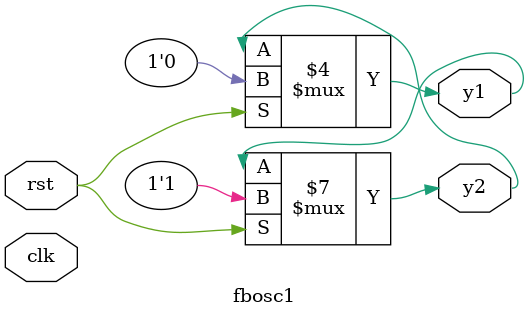
<source format=v>


/*
The project fbosc1 and fbosc2 are design for understanding difference between block and unblock assignment.
When the rst signal is "1", the output y1 and y2 are assign to be 0 and 1 respectively. 
When the rst negedge happen, the two assignment command "y2 = y1 and y1 = y2" will be excutided in the same time, so shows the difference.
I concluded form these trainings that lobck assignment command will caculate the reslut and assign to the output at same clock, 
during which other commands cannot assign the output, so it is called 'bolck'. The unblock assignment caculate the value in one clock 
and assign the value in an another. 
Another important point is if there are not posedge or negedge behind always command, the cirtuit generated for block and unblock assignment are the same, 
but function are different. So it is very important to use negedge and posedge in unblock assignment commands.
*/
module fbosc1 (
					  //INPUT
						clk,
						rst,
					  //OUTPUT
						y1,
						y2
					  );
//********************************************************
//DEFINE PARAMETER //
//********************************************************


//********************************************************
//DEFINE INPUT //
//********************************************************
input clk, rst;
//********************************************************
//DEFINE OUTPUT //
//********************************************************
output y1, y2;
//********************************************************
//OUTPUT ATRIBUTE //
//********************************************************
//REGS
reg y1, y2;

//WIRES



//********************************************************
//MODULE  REGISTERS/WIRES DEFINE //
//********************************************************




//********************************************************
//INSTANCE MODULE //
//********************************************************



//********************************************************
//MAIN CODE //
//********************************************************
always @(clk, rst)
begin 
	if(rst) y2 =1;
	else y2 = y1;
end


always @(clk, rst)
begin 
	if(rst) y1 =0;
	else y1 = y2;
end

/*
In this cirtuit, there is a generated buffer in front of Y1 signal. So there will be a delay for Y1 assign to be Y2(the first always module),
it means the output will be both 0 at the end.
*/

//********************************************************//
endmodule











</source>
